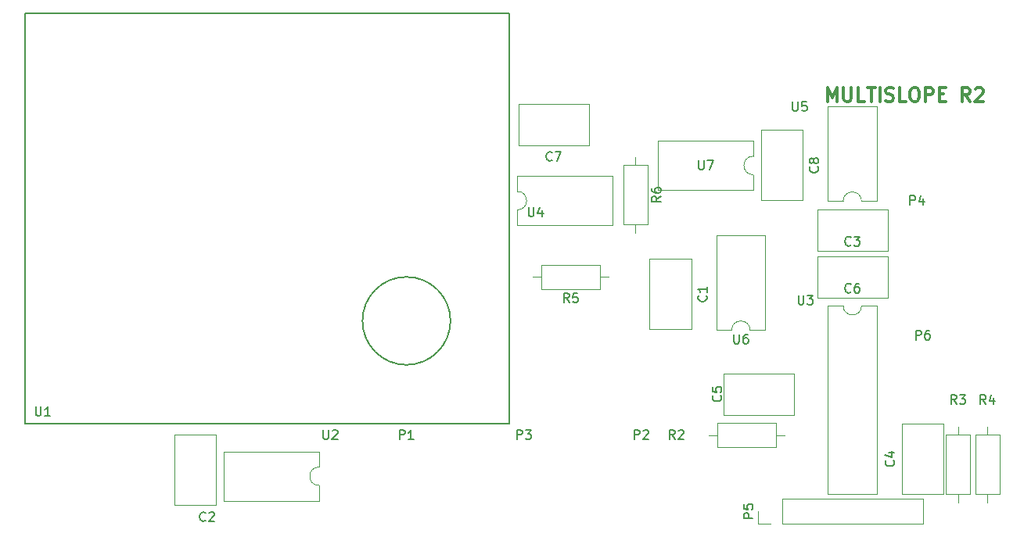
<source format=gto>
G04 #@! TF.GenerationSoftware,KiCad,Pcbnew,(2017-12-02 revision 3109343)-master*
G04 #@! TF.CreationDate,2017-12-17T04:09:00-05:00*
G04 #@! TF.ProjectId,multislope,6D756C7469736C6F70652E6B69636164,rev?*
G04 #@! TF.SameCoordinates,Original*
G04 #@! TF.FileFunction,Legend,Top*
G04 #@! TF.FilePolarity,Positive*
%FSLAX46Y46*%
G04 Gerber Fmt 4.6, Leading zero omitted, Abs format (unit mm)*
G04 Created by KiCad (PCBNEW (2017-12-02 revision 3109343)-master) date Sun Dec 17 04:09:00 2017*
%MOMM*%
%LPD*%
G01*
G04 APERTURE LIST*
%ADD10C,0.300000*%
%ADD11C,0.120000*%
%ADD12C,0.150000*%
G04 APERTURE END LIST*
D10*
X176392142Y-92118571D02*
X176392142Y-90618571D01*
X176892142Y-91690000D01*
X177392142Y-90618571D01*
X177392142Y-92118571D01*
X178106428Y-90618571D02*
X178106428Y-91832857D01*
X178177857Y-91975714D01*
X178249285Y-92047142D01*
X178392142Y-92118571D01*
X178677857Y-92118571D01*
X178820714Y-92047142D01*
X178892142Y-91975714D01*
X178963571Y-91832857D01*
X178963571Y-90618571D01*
X180392142Y-92118571D02*
X179677857Y-92118571D01*
X179677857Y-90618571D01*
X180677857Y-90618571D02*
X181535000Y-90618571D01*
X181106428Y-92118571D02*
X181106428Y-90618571D01*
X182035000Y-92118571D02*
X182035000Y-90618571D01*
X182677857Y-92047142D02*
X182892142Y-92118571D01*
X183249285Y-92118571D01*
X183392142Y-92047142D01*
X183463571Y-91975714D01*
X183535000Y-91832857D01*
X183535000Y-91690000D01*
X183463571Y-91547142D01*
X183392142Y-91475714D01*
X183249285Y-91404285D01*
X182963571Y-91332857D01*
X182820714Y-91261428D01*
X182749285Y-91190000D01*
X182677857Y-91047142D01*
X182677857Y-90904285D01*
X182749285Y-90761428D01*
X182820714Y-90690000D01*
X182963571Y-90618571D01*
X183320714Y-90618571D01*
X183535000Y-90690000D01*
X184892142Y-92118571D02*
X184177857Y-92118571D01*
X184177857Y-90618571D01*
X185677857Y-90618571D02*
X185963571Y-90618571D01*
X186106428Y-90690000D01*
X186249285Y-90832857D01*
X186320714Y-91118571D01*
X186320714Y-91618571D01*
X186249285Y-91904285D01*
X186106428Y-92047142D01*
X185963571Y-92118571D01*
X185677857Y-92118571D01*
X185535000Y-92047142D01*
X185392142Y-91904285D01*
X185320714Y-91618571D01*
X185320714Y-91118571D01*
X185392142Y-90832857D01*
X185535000Y-90690000D01*
X185677857Y-90618571D01*
X186963571Y-92118571D02*
X186963571Y-90618571D01*
X187535000Y-90618571D01*
X187677857Y-90690000D01*
X187749285Y-90761428D01*
X187820714Y-90904285D01*
X187820714Y-91118571D01*
X187749285Y-91261428D01*
X187677857Y-91332857D01*
X187535000Y-91404285D01*
X186963571Y-91404285D01*
X188463571Y-91332857D02*
X188963571Y-91332857D01*
X189177857Y-92118571D02*
X188463571Y-92118571D01*
X188463571Y-90618571D01*
X189177857Y-90618571D01*
X191820714Y-92118571D02*
X191320714Y-91404285D01*
X190963571Y-92118571D02*
X190963571Y-90618571D01*
X191535000Y-90618571D01*
X191677857Y-90690000D01*
X191749285Y-90761428D01*
X191820714Y-90904285D01*
X191820714Y-91118571D01*
X191749285Y-91261428D01*
X191677857Y-91332857D01*
X191535000Y-91404285D01*
X190963571Y-91404285D01*
X192392142Y-90761428D02*
X192463571Y-90690000D01*
X192606428Y-90618571D01*
X192963571Y-90618571D01*
X193106428Y-90690000D01*
X193177857Y-90761428D01*
X193249285Y-90904285D01*
X193249285Y-91047142D01*
X193177857Y-91261428D01*
X192320714Y-92118571D01*
X193249285Y-92118571D01*
D11*
X161645000Y-116800000D02*
X157125000Y-116800000D01*
X161645000Y-109180000D02*
X157125000Y-109180000D01*
X157125000Y-109180000D02*
X157125000Y-116800000D01*
X161645000Y-109180000D02*
X161645000Y-116800000D01*
X168850000Y-137855000D02*
X168850000Y-136525000D01*
X170180000Y-137855000D02*
X168850000Y-137855000D01*
X171450000Y-135195000D02*
X171450000Y-137855000D01*
X186750000Y-135195000D02*
X171450000Y-135195000D01*
X186750000Y-137855000D02*
X186750000Y-135195000D01*
X171450000Y-137855000D02*
X186750000Y-137855000D01*
X171740000Y-128270000D02*
X170850000Y-128270000D01*
X163540000Y-128270000D02*
X164430000Y-128270000D01*
X170850000Y-126960000D02*
X164430000Y-126960000D01*
X170850000Y-129580000D02*
X170850000Y-126960000D01*
X164430000Y-129580000D02*
X170850000Y-129580000D01*
X164430000Y-126960000D02*
X164430000Y-129580000D01*
X189190000Y-134655000D02*
X191810000Y-134655000D01*
X191810000Y-134655000D02*
X191810000Y-128235000D01*
X191810000Y-128235000D02*
X189190000Y-128235000D01*
X189190000Y-128235000D02*
X189190000Y-134655000D01*
X190500000Y-135545000D02*
X190500000Y-134655000D01*
X190500000Y-127345000D02*
X190500000Y-128235000D01*
X193675000Y-127345000D02*
X193675000Y-128235000D01*
X193675000Y-135545000D02*
X193675000Y-134655000D01*
X192365000Y-128235000D02*
X192365000Y-134655000D01*
X194985000Y-128235000D02*
X192365000Y-128235000D01*
X194985000Y-134655000D02*
X194985000Y-128235000D01*
X192365000Y-134655000D02*
X194985000Y-134655000D01*
D12*
X141922500Y-82550000D02*
X141922500Y-127000000D01*
X89535000Y-82550000D02*
X141922500Y-82550000D01*
X89535000Y-127000000D02*
X89535000Y-82550000D01*
X141922500Y-127000000D02*
X89535000Y-127000000D01*
X135572500Y-115887500D02*
G75*
G03X135572500Y-115887500I-4762500J0D01*
G01*
D11*
X181720000Y-114240000D02*
X180070000Y-114240000D01*
X181720000Y-134680000D02*
X181720000Y-114240000D01*
X176420000Y-134680000D02*
X181720000Y-134680000D01*
X176420000Y-114240000D02*
X176420000Y-134680000D01*
X178070000Y-114240000D02*
X176420000Y-114240000D01*
X180070000Y-114240000D02*
G75*
G02X178070000Y-114240000I-1000000J0D01*
G01*
X142815000Y-101870000D02*
G75*
G02X142815000Y-103870000I0J-1000000D01*
G01*
X142815000Y-103870000D02*
X142815000Y-105520000D01*
X142815000Y-105520000D02*
X153095000Y-105520000D01*
X153095000Y-105520000D02*
X153095000Y-100220000D01*
X153095000Y-100220000D02*
X142815000Y-100220000D01*
X142815000Y-100220000D02*
X142815000Y-101870000D01*
X176420000Y-102930000D02*
X178070000Y-102930000D01*
X176420000Y-92650000D02*
X176420000Y-102930000D01*
X181720000Y-92650000D02*
X176420000Y-92650000D01*
X181720000Y-102930000D02*
X181720000Y-92650000D01*
X180070000Y-102930000D02*
X181720000Y-102930000D01*
X178070000Y-102930000D02*
G75*
G02X180070000Y-102930000I1000000J0D01*
G01*
X110210000Y-128230000D02*
X110210000Y-135850000D01*
X105690000Y-128230000D02*
X105690000Y-135850000D01*
X110210000Y-128230000D02*
X105690000Y-128230000D01*
X110210000Y-135850000D02*
X105690000Y-135850000D01*
X182920000Y-108305000D02*
X175300000Y-108305000D01*
X182920000Y-103785000D02*
X175300000Y-103785000D01*
X182920000Y-108305000D02*
X182920000Y-103785000D01*
X175300000Y-108305000D02*
X175300000Y-103785000D01*
X184430000Y-127040000D02*
X188950000Y-127040000D01*
X184430000Y-134660000D02*
X188950000Y-134660000D01*
X188950000Y-134660000D02*
X188950000Y-127040000D01*
X184430000Y-134660000D02*
X184430000Y-127040000D01*
X165140000Y-126085000D02*
X165140000Y-121565000D01*
X172760000Y-126085000D02*
X172760000Y-121565000D01*
X172760000Y-121565000D02*
X165140000Y-121565000D01*
X172760000Y-126085000D02*
X165140000Y-126085000D01*
X175300000Y-113385000D02*
X175300000Y-108865000D01*
X182920000Y-113385000D02*
X182920000Y-108865000D01*
X182920000Y-108865000D02*
X175300000Y-108865000D01*
X182920000Y-113385000D02*
X175300000Y-113385000D01*
X151800000Y-112435000D02*
X151800000Y-109815000D01*
X151800000Y-109815000D02*
X145380000Y-109815000D01*
X145380000Y-109815000D02*
X145380000Y-112435000D01*
X145380000Y-112435000D02*
X151800000Y-112435000D01*
X152690000Y-111125000D02*
X151800000Y-111125000D01*
X144490000Y-111125000D02*
X145380000Y-111125000D01*
X155575000Y-106335000D02*
X155575000Y-105445000D01*
X155575000Y-98135000D02*
X155575000Y-99025000D01*
X156885000Y-105445000D02*
X156885000Y-99025000D01*
X154265000Y-105445000D02*
X156885000Y-105445000D01*
X154265000Y-99025000D02*
X154265000Y-105445000D01*
X156885000Y-99025000D02*
X154265000Y-99025000D01*
X164355000Y-116900000D02*
X166005000Y-116900000D01*
X164355000Y-106620000D02*
X164355000Y-116900000D01*
X169655000Y-106620000D02*
X164355000Y-106620000D01*
X169655000Y-116900000D02*
X169655000Y-106620000D01*
X168005000Y-116900000D02*
X169655000Y-116900000D01*
X166005000Y-116900000D02*
G75*
G02X168005000Y-116900000I1000000J0D01*
G01*
X168335000Y-100060000D02*
G75*
G02X168335000Y-98060000I0J1000000D01*
G01*
X168335000Y-98060000D02*
X168335000Y-96410000D01*
X168335000Y-96410000D02*
X158055000Y-96410000D01*
X158055000Y-96410000D02*
X158055000Y-101710000D01*
X158055000Y-101710000D02*
X168335000Y-101710000D01*
X168335000Y-101710000D02*
X168335000Y-100060000D01*
X142915000Y-96875000D02*
X142915000Y-92355000D01*
X150535000Y-96875000D02*
X150535000Y-92355000D01*
X150535000Y-92355000D02*
X142915000Y-92355000D01*
X150535000Y-96875000D02*
X142915000Y-96875000D01*
X173710000Y-95210000D02*
X173710000Y-102830000D01*
X169190000Y-95210000D02*
X169190000Y-102830000D01*
X173710000Y-95210000D02*
X169190000Y-95210000D01*
X173710000Y-102830000D02*
X169190000Y-102830000D01*
X121345000Y-135365000D02*
X121345000Y-133715000D01*
X111065000Y-135365000D02*
X121345000Y-135365000D01*
X111065000Y-130065000D02*
X111065000Y-135365000D01*
X121345000Y-130065000D02*
X111065000Y-130065000D01*
X121345000Y-131715000D02*
X121345000Y-130065000D01*
X121345000Y-133715000D02*
G75*
G02X121345000Y-131715000I0J1000000D01*
G01*
D12*
X163252142Y-113156666D02*
X163299761Y-113204285D01*
X163347380Y-113347142D01*
X163347380Y-113442380D01*
X163299761Y-113585238D01*
X163204523Y-113680476D01*
X163109285Y-113728095D01*
X162918809Y-113775714D01*
X162775952Y-113775714D01*
X162585476Y-113728095D01*
X162490238Y-113680476D01*
X162395000Y-113585238D01*
X162347380Y-113442380D01*
X162347380Y-113347142D01*
X162395000Y-113204285D01*
X162442619Y-113156666D01*
X163347380Y-112204285D02*
X163347380Y-112775714D01*
X163347380Y-112490000D02*
X162347380Y-112490000D01*
X162490238Y-112585238D01*
X162585476Y-112680476D01*
X162633095Y-112775714D01*
X130071904Y-128722380D02*
X130071904Y-127722380D01*
X130452857Y-127722380D01*
X130548095Y-127770000D01*
X130595714Y-127817619D01*
X130643333Y-127912857D01*
X130643333Y-128055714D01*
X130595714Y-128150952D01*
X130548095Y-128198571D01*
X130452857Y-128246190D01*
X130071904Y-128246190D01*
X131595714Y-128722380D02*
X131024285Y-128722380D01*
X131310000Y-128722380D02*
X131310000Y-127722380D01*
X131214761Y-127865238D01*
X131119523Y-127960476D01*
X131024285Y-128008095D01*
X155471904Y-128722380D02*
X155471904Y-127722380D01*
X155852857Y-127722380D01*
X155948095Y-127770000D01*
X155995714Y-127817619D01*
X156043333Y-127912857D01*
X156043333Y-128055714D01*
X155995714Y-128150952D01*
X155948095Y-128198571D01*
X155852857Y-128246190D01*
X155471904Y-128246190D01*
X156424285Y-127817619D02*
X156471904Y-127770000D01*
X156567142Y-127722380D01*
X156805238Y-127722380D01*
X156900476Y-127770000D01*
X156948095Y-127817619D01*
X156995714Y-127912857D01*
X156995714Y-128008095D01*
X156948095Y-128150952D01*
X156376666Y-128722380D01*
X156995714Y-128722380D01*
X142771904Y-128722380D02*
X142771904Y-127722380D01*
X143152857Y-127722380D01*
X143248095Y-127770000D01*
X143295714Y-127817619D01*
X143343333Y-127912857D01*
X143343333Y-128055714D01*
X143295714Y-128150952D01*
X143248095Y-128198571D01*
X143152857Y-128246190D01*
X142771904Y-128246190D01*
X143676666Y-127722380D02*
X144295714Y-127722380D01*
X143962380Y-128103333D01*
X144105238Y-128103333D01*
X144200476Y-128150952D01*
X144248095Y-128198571D01*
X144295714Y-128293809D01*
X144295714Y-128531904D01*
X144248095Y-128627142D01*
X144200476Y-128674761D01*
X144105238Y-128722380D01*
X143819523Y-128722380D01*
X143724285Y-128674761D01*
X143676666Y-128627142D01*
X185316904Y-103322380D02*
X185316904Y-102322380D01*
X185697857Y-102322380D01*
X185793095Y-102370000D01*
X185840714Y-102417619D01*
X185888333Y-102512857D01*
X185888333Y-102655714D01*
X185840714Y-102750952D01*
X185793095Y-102798571D01*
X185697857Y-102846190D01*
X185316904Y-102846190D01*
X186745476Y-102655714D02*
X186745476Y-103322380D01*
X186507380Y-102274761D02*
X186269285Y-102989047D01*
X186888333Y-102989047D01*
X168302380Y-137263095D02*
X167302380Y-137263095D01*
X167302380Y-136882142D01*
X167350000Y-136786904D01*
X167397619Y-136739285D01*
X167492857Y-136691666D01*
X167635714Y-136691666D01*
X167730952Y-136739285D01*
X167778571Y-136786904D01*
X167826190Y-136882142D01*
X167826190Y-137263095D01*
X167302380Y-135786904D02*
X167302380Y-136263095D01*
X167778571Y-136310714D01*
X167730952Y-136263095D01*
X167683333Y-136167857D01*
X167683333Y-135929761D01*
X167730952Y-135834523D01*
X167778571Y-135786904D01*
X167873809Y-135739285D01*
X168111904Y-135739285D01*
X168207142Y-135786904D01*
X168254761Y-135834523D01*
X168302380Y-135929761D01*
X168302380Y-136167857D01*
X168254761Y-136263095D01*
X168207142Y-136310714D01*
X159853333Y-128722380D02*
X159520000Y-128246190D01*
X159281904Y-128722380D02*
X159281904Y-127722380D01*
X159662857Y-127722380D01*
X159758095Y-127770000D01*
X159805714Y-127817619D01*
X159853333Y-127912857D01*
X159853333Y-128055714D01*
X159805714Y-128150952D01*
X159758095Y-128198571D01*
X159662857Y-128246190D01*
X159281904Y-128246190D01*
X160234285Y-127817619D02*
X160281904Y-127770000D01*
X160377142Y-127722380D01*
X160615238Y-127722380D01*
X160710476Y-127770000D01*
X160758095Y-127817619D01*
X160805714Y-127912857D01*
X160805714Y-128008095D01*
X160758095Y-128150952D01*
X160186666Y-128722380D01*
X160805714Y-128722380D01*
X190333333Y-124912380D02*
X190000000Y-124436190D01*
X189761904Y-124912380D02*
X189761904Y-123912380D01*
X190142857Y-123912380D01*
X190238095Y-123960000D01*
X190285714Y-124007619D01*
X190333333Y-124102857D01*
X190333333Y-124245714D01*
X190285714Y-124340952D01*
X190238095Y-124388571D01*
X190142857Y-124436190D01*
X189761904Y-124436190D01*
X190666666Y-123912380D02*
X191285714Y-123912380D01*
X190952380Y-124293333D01*
X191095238Y-124293333D01*
X191190476Y-124340952D01*
X191238095Y-124388571D01*
X191285714Y-124483809D01*
X191285714Y-124721904D01*
X191238095Y-124817142D01*
X191190476Y-124864761D01*
X191095238Y-124912380D01*
X190809523Y-124912380D01*
X190714285Y-124864761D01*
X190666666Y-124817142D01*
X193508333Y-124912380D02*
X193175000Y-124436190D01*
X192936904Y-124912380D02*
X192936904Y-123912380D01*
X193317857Y-123912380D01*
X193413095Y-123960000D01*
X193460714Y-124007619D01*
X193508333Y-124102857D01*
X193508333Y-124245714D01*
X193460714Y-124340952D01*
X193413095Y-124388571D01*
X193317857Y-124436190D01*
X192936904Y-124436190D01*
X194365476Y-124245714D02*
X194365476Y-124912380D01*
X194127380Y-123864761D02*
X193889285Y-124579047D01*
X194508333Y-124579047D01*
X90678095Y-125182380D02*
X90678095Y-125991904D01*
X90725714Y-126087142D01*
X90773333Y-126134761D01*
X90868571Y-126182380D01*
X91059047Y-126182380D01*
X91154285Y-126134761D01*
X91201904Y-126087142D01*
X91249523Y-125991904D01*
X91249523Y-125182380D01*
X92249523Y-126182380D02*
X91678095Y-126182380D01*
X91963809Y-126182380D02*
X91963809Y-125182380D01*
X91868571Y-125325238D01*
X91773333Y-125420476D01*
X91678095Y-125468095D01*
X173228095Y-113117380D02*
X173228095Y-113926904D01*
X173275714Y-114022142D01*
X173323333Y-114069761D01*
X173418571Y-114117380D01*
X173609047Y-114117380D01*
X173704285Y-114069761D01*
X173751904Y-114022142D01*
X173799523Y-113926904D01*
X173799523Y-113117380D01*
X174180476Y-113117380D02*
X174799523Y-113117380D01*
X174466190Y-113498333D01*
X174609047Y-113498333D01*
X174704285Y-113545952D01*
X174751904Y-113593571D01*
X174799523Y-113688809D01*
X174799523Y-113926904D01*
X174751904Y-114022142D01*
X174704285Y-114069761D01*
X174609047Y-114117380D01*
X174323333Y-114117380D01*
X174228095Y-114069761D01*
X174180476Y-114022142D01*
X144018095Y-103592380D02*
X144018095Y-104401904D01*
X144065714Y-104497142D01*
X144113333Y-104544761D01*
X144208571Y-104592380D01*
X144399047Y-104592380D01*
X144494285Y-104544761D01*
X144541904Y-104497142D01*
X144589523Y-104401904D01*
X144589523Y-103592380D01*
X145494285Y-103925714D02*
X145494285Y-104592380D01*
X145256190Y-103544761D02*
X145018095Y-104259047D01*
X145637142Y-104259047D01*
X185951904Y-117927380D02*
X185951904Y-116927380D01*
X186332857Y-116927380D01*
X186428095Y-116975000D01*
X186475714Y-117022619D01*
X186523333Y-117117857D01*
X186523333Y-117260714D01*
X186475714Y-117355952D01*
X186428095Y-117403571D01*
X186332857Y-117451190D01*
X185951904Y-117451190D01*
X187380476Y-116927380D02*
X187190000Y-116927380D01*
X187094761Y-116975000D01*
X187047142Y-117022619D01*
X186951904Y-117165476D01*
X186904285Y-117355952D01*
X186904285Y-117736904D01*
X186951904Y-117832142D01*
X186999523Y-117879761D01*
X187094761Y-117927380D01*
X187285238Y-117927380D01*
X187380476Y-117879761D01*
X187428095Y-117832142D01*
X187475714Y-117736904D01*
X187475714Y-117498809D01*
X187428095Y-117403571D01*
X187380476Y-117355952D01*
X187285238Y-117308333D01*
X187094761Y-117308333D01*
X186999523Y-117355952D01*
X186951904Y-117403571D01*
X186904285Y-117498809D01*
X172593095Y-92162380D02*
X172593095Y-92971904D01*
X172640714Y-93067142D01*
X172688333Y-93114761D01*
X172783571Y-93162380D01*
X172974047Y-93162380D01*
X173069285Y-93114761D01*
X173116904Y-93067142D01*
X173164523Y-92971904D01*
X173164523Y-92162380D01*
X174116904Y-92162380D02*
X173640714Y-92162380D01*
X173593095Y-92638571D01*
X173640714Y-92590952D01*
X173735952Y-92543333D01*
X173974047Y-92543333D01*
X174069285Y-92590952D01*
X174116904Y-92638571D01*
X174164523Y-92733809D01*
X174164523Y-92971904D01*
X174116904Y-93067142D01*
X174069285Y-93114761D01*
X173974047Y-93162380D01*
X173735952Y-93162380D01*
X173640714Y-93114761D01*
X173593095Y-93067142D01*
X109053333Y-137517142D02*
X109005714Y-137564761D01*
X108862857Y-137612380D01*
X108767619Y-137612380D01*
X108624761Y-137564761D01*
X108529523Y-137469523D01*
X108481904Y-137374285D01*
X108434285Y-137183809D01*
X108434285Y-137040952D01*
X108481904Y-136850476D01*
X108529523Y-136755238D01*
X108624761Y-136660000D01*
X108767619Y-136612380D01*
X108862857Y-136612380D01*
X109005714Y-136660000D01*
X109053333Y-136707619D01*
X109434285Y-136707619D02*
X109481904Y-136660000D01*
X109577142Y-136612380D01*
X109815238Y-136612380D01*
X109910476Y-136660000D01*
X109958095Y-136707619D01*
X110005714Y-136802857D01*
X110005714Y-136898095D01*
X109958095Y-137040952D01*
X109386666Y-137612380D01*
X110005714Y-137612380D01*
X178903333Y-107672142D02*
X178855714Y-107719761D01*
X178712857Y-107767380D01*
X178617619Y-107767380D01*
X178474761Y-107719761D01*
X178379523Y-107624523D01*
X178331904Y-107529285D01*
X178284285Y-107338809D01*
X178284285Y-107195952D01*
X178331904Y-107005476D01*
X178379523Y-106910238D01*
X178474761Y-106815000D01*
X178617619Y-106767380D01*
X178712857Y-106767380D01*
X178855714Y-106815000D01*
X178903333Y-106862619D01*
X179236666Y-106767380D02*
X179855714Y-106767380D01*
X179522380Y-107148333D01*
X179665238Y-107148333D01*
X179760476Y-107195952D01*
X179808095Y-107243571D01*
X179855714Y-107338809D01*
X179855714Y-107576904D01*
X179808095Y-107672142D01*
X179760476Y-107719761D01*
X179665238Y-107767380D01*
X179379523Y-107767380D01*
X179284285Y-107719761D01*
X179236666Y-107672142D01*
X183537142Y-131016666D02*
X183584761Y-131064285D01*
X183632380Y-131207142D01*
X183632380Y-131302380D01*
X183584761Y-131445238D01*
X183489523Y-131540476D01*
X183394285Y-131588095D01*
X183203809Y-131635714D01*
X183060952Y-131635714D01*
X182870476Y-131588095D01*
X182775238Y-131540476D01*
X182680000Y-131445238D01*
X182632380Y-131302380D01*
X182632380Y-131207142D01*
X182680000Y-131064285D01*
X182727619Y-131016666D01*
X182965714Y-130159523D02*
X183632380Y-130159523D01*
X182584761Y-130397619D02*
X183299047Y-130635714D01*
X183299047Y-130016666D01*
X164822142Y-123991666D02*
X164869761Y-124039285D01*
X164917380Y-124182142D01*
X164917380Y-124277380D01*
X164869761Y-124420238D01*
X164774523Y-124515476D01*
X164679285Y-124563095D01*
X164488809Y-124610714D01*
X164345952Y-124610714D01*
X164155476Y-124563095D01*
X164060238Y-124515476D01*
X163965000Y-124420238D01*
X163917380Y-124277380D01*
X163917380Y-124182142D01*
X163965000Y-124039285D01*
X164012619Y-123991666D01*
X163917380Y-123086904D02*
X163917380Y-123563095D01*
X164393571Y-123610714D01*
X164345952Y-123563095D01*
X164298333Y-123467857D01*
X164298333Y-123229761D01*
X164345952Y-123134523D01*
X164393571Y-123086904D01*
X164488809Y-123039285D01*
X164726904Y-123039285D01*
X164822142Y-123086904D01*
X164869761Y-123134523D01*
X164917380Y-123229761D01*
X164917380Y-123467857D01*
X164869761Y-123563095D01*
X164822142Y-123610714D01*
X178903333Y-112752142D02*
X178855714Y-112799761D01*
X178712857Y-112847380D01*
X178617619Y-112847380D01*
X178474761Y-112799761D01*
X178379523Y-112704523D01*
X178331904Y-112609285D01*
X178284285Y-112418809D01*
X178284285Y-112275952D01*
X178331904Y-112085476D01*
X178379523Y-111990238D01*
X178474761Y-111895000D01*
X178617619Y-111847380D01*
X178712857Y-111847380D01*
X178855714Y-111895000D01*
X178903333Y-111942619D01*
X179760476Y-111847380D02*
X179570000Y-111847380D01*
X179474761Y-111895000D01*
X179427142Y-111942619D01*
X179331904Y-112085476D01*
X179284285Y-112275952D01*
X179284285Y-112656904D01*
X179331904Y-112752142D01*
X179379523Y-112799761D01*
X179474761Y-112847380D01*
X179665238Y-112847380D01*
X179760476Y-112799761D01*
X179808095Y-112752142D01*
X179855714Y-112656904D01*
X179855714Y-112418809D01*
X179808095Y-112323571D01*
X179760476Y-112275952D01*
X179665238Y-112228333D01*
X179474761Y-112228333D01*
X179379523Y-112275952D01*
X179331904Y-112323571D01*
X179284285Y-112418809D01*
X148423333Y-113887380D02*
X148090000Y-113411190D01*
X147851904Y-113887380D02*
X147851904Y-112887380D01*
X148232857Y-112887380D01*
X148328095Y-112935000D01*
X148375714Y-112982619D01*
X148423333Y-113077857D01*
X148423333Y-113220714D01*
X148375714Y-113315952D01*
X148328095Y-113363571D01*
X148232857Y-113411190D01*
X147851904Y-113411190D01*
X149328095Y-112887380D02*
X148851904Y-112887380D01*
X148804285Y-113363571D01*
X148851904Y-113315952D01*
X148947142Y-113268333D01*
X149185238Y-113268333D01*
X149280476Y-113315952D01*
X149328095Y-113363571D01*
X149375714Y-113458809D01*
X149375714Y-113696904D01*
X149328095Y-113792142D01*
X149280476Y-113839761D01*
X149185238Y-113887380D01*
X148947142Y-113887380D01*
X148851904Y-113839761D01*
X148804285Y-113792142D01*
X158337380Y-102401666D02*
X157861190Y-102735000D01*
X158337380Y-102973095D02*
X157337380Y-102973095D01*
X157337380Y-102592142D01*
X157385000Y-102496904D01*
X157432619Y-102449285D01*
X157527857Y-102401666D01*
X157670714Y-102401666D01*
X157765952Y-102449285D01*
X157813571Y-102496904D01*
X157861190Y-102592142D01*
X157861190Y-102973095D01*
X157337380Y-101544523D02*
X157337380Y-101735000D01*
X157385000Y-101830238D01*
X157432619Y-101877857D01*
X157575476Y-101973095D01*
X157765952Y-102020714D01*
X158146904Y-102020714D01*
X158242142Y-101973095D01*
X158289761Y-101925476D01*
X158337380Y-101830238D01*
X158337380Y-101639761D01*
X158289761Y-101544523D01*
X158242142Y-101496904D01*
X158146904Y-101449285D01*
X157908809Y-101449285D01*
X157813571Y-101496904D01*
X157765952Y-101544523D01*
X157718333Y-101639761D01*
X157718333Y-101830238D01*
X157765952Y-101925476D01*
X157813571Y-101973095D01*
X157908809Y-102020714D01*
X166243095Y-117352380D02*
X166243095Y-118161904D01*
X166290714Y-118257142D01*
X166338333Y-118304761D01*
X166433571Y-118352380D01*
X166624047Y-118352380D01*
X166719285Y-118304761D01*
X166766904Y-118257142D01*
X166814523Y-118161904D01*
X166814523Y-117352380D01*
X167719285Y-117352380D02*
X167528809Y-117352380D01*
X167433571Y-117400000D01*
X167385952Y-117447619D01*
X167290714Y-117590476D01*
X167243095Y-117780952D01*
X167243095Y-118161904D01*
X167290714Y-118257142D01*
X167338333Y-118304761D01*
X167433571Y-118352380D01*
X167624047Y-118352380D01*
X167719285Y-118304761D01*
X167766904Y-118257142D01*
X167814523Y-118161904D01*
X167814523Y-117923809D01*
X167766904Y-117828571D01*
X167719285Y-117780952D01*
X167624047Y-117733333D01*
X167433571Y-117733333D01*
X167338333Y-117780952D01*
X167290714Y-117828571D01*
X167243095Y-117923809D01*
X162433095Y-98512380D02*
X162433095Y-99321904D01*
X162480714Y-99417142D01*
X162528333Y-99464761D01*
X162623571Y-99512380D01*
X162814047Y-99512380D01*
X162909285Y-99464761D01*
X162956904Y-99417142D01*
X163004523Y-99321904D01*
X163004523Y-98512380D01*
X163385476Y-98512380D02*
X164052142Y-98512380D01*
X163623571Y-99512380D01*
X146558333Y-98482142D02*
X146510714Y-98529761D01*
X146367857Y-98577380D01*
X146272619Y-98577380D01*
X146129761Y-98529761D01*
X146034523Y-98434523D01*
X145986904Y-98339285D01*
X145939285Y-98148809D01*
X145939285Y-98005952D01*
X145986904Y-97815476D01*
X146034523Y-97720238D01*
X146129761Y-97625000D01*
X146272619Y-97577380D01*
X146367857Y-97577380D01*
X146510714Y-97625000D01*
X146558333Y-97672619D01*
X146891666Y-97577380D02*
X147558333Y-97577380D01*
X147129761Y-98577380D01*
X175317142Y-99186666D02*
X175364761Y-99234285D01*
X175412380Y-99377142D01*
X175412380Y-99472380D01*
X175364761Y-99615238D01*
X175269523Y-99710476D01*
X175174285Y-99758095D01*
X174983809Y-99805714D01*
X174840952Y-99805714D01*
X174650476Y-99758095D01*
X174555238Y-99710476D01*
X174460000Y-99615238D01*
X174412380Y-99472380D01*
X174412380Y-99377142D01*
X174460000Y-99234285D01*
X174507619Y-99186666D01*
X174840952Y-98615238D02*
X174793333Y-98710476D01*
X174745714Y-98758095D01*
X174650476Y-98805714D01*
X174602857Y-98805714D01*
X174507619Y-98758095D01*
X174460000Y-98710476D01*
X174412380Y-98615238D01*
X174412380Y-98424761D01*
X174460000Y-98329523D01*
X174507619Y-98281904D01*
X174602857Y-98234285D01*
X174650476Y-98234285D01*
X174745714Y-98281904D01*
X174793333Y-98329523D01*
X174840952Y-98424761D01*
X174840952Y-98615238D01*
X174888571Y-98710476D01*
X174936190Y-98758095D01*
X175031428Y-98805714D01*
X175221904Y-98805714D01*
X175317142Y-98758095D01*
X175364761Y-98710476D01*
X175412380Y-98615238D01*
X175412380Y-98424761D01*
X175364761Y-98329523D01*
X175317142Y-98281904D01*
X175221904Y-98234285D01*
X175031428Y-98234285D01*
X174936190Y-98281904D01*
X174888571Y-98329523D01*
X174840952Y-98424761D01*
X121793095Y-127722380D02*
X121793095Y-128531904D01*
X121840714Y-128627142D01*
X121888333Y-128674761D01*
X121983571Y-128722380D01*
X122174047Y-128722380D01*
X122269285Y-128674761D01*
X122316904Y-128627142D01*
X122364523Y-128531904D01*
X122364523Y-127722380D01*
X122793095Y-127817619D02*
X122840714Y-127770000D01*
X122935952Y-127722380D01*
X123174047Y-127722380D01*
X123269285Y-127770000D01*
X123316904Y-127817619D01*
X123364523Y-127912857D01*
X123364523Y-128008095D01*
X123316904Y-128150952D01*
X122745476Y-128722380D01*
X123364523Y-128722380D01*
M02*

</source>
